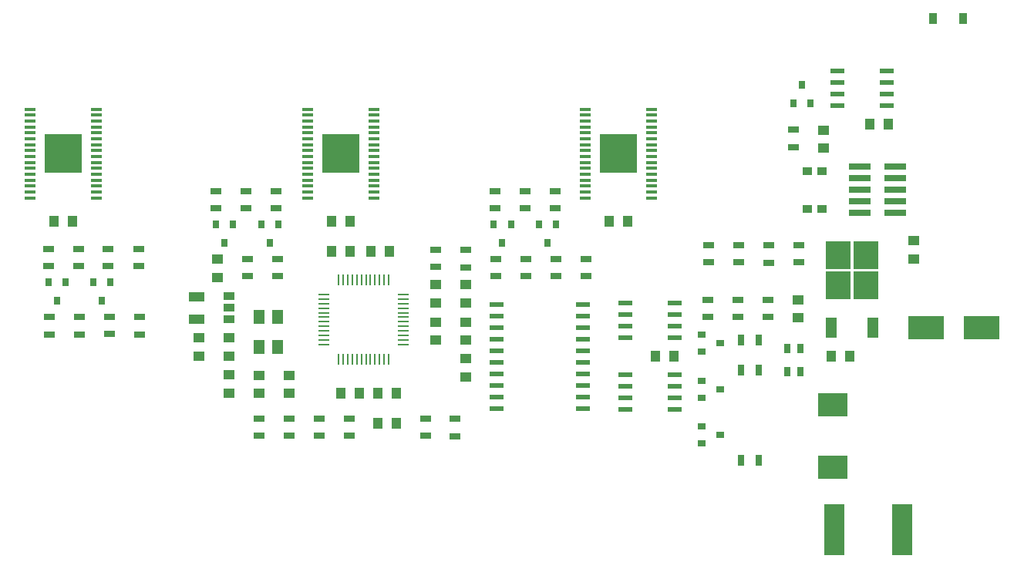
<source format=gbr>
G04 #@! TF.FileFunction,Paste,Top*
%FSLAX46Y46*%
G04 Gerber Fmt 4.6, Leading zero omitted, Abs format (unit mm)*
G04 Created by KiCad (PCBNEW 4.0.7) date Thursday, March 08, 2018 'PMt' 06:34:28 PM*
%MOMM*%
%LPD*%
G01*
G04 APERTURE LIST*
%ADD10C,0.100000*%
%ADD11R,2.300000X5.600000*%
%ADD12R,1.250000X1.000000*%
%ADD13R,1.000000X1.250000*%
%ADD14R,2.400000X0.740000*%
%ADD15R,0.800000X0.900000*%
%ADD16R,0.900000X0.800000*%
%ADD17R,1.300000X0.700000*%
%ADD18R,0.700000X1.300000*%
%ADD19R,1.000000X0.900000*%
%ADD20R,1.300000X0.250000*%
%ADD21R,0.250000X1.300000*%
%ADD22R,1.200000X0.400000*%
%ADD23R,4.110000X4.360000*%
%ADD24R,1.200000X2.200000*%
%ADD25R,2.750000X3.050000*%
%ADD26R,1.550000X0.600000*%
%ADD27R,4.000000X2.500000*%
%ADD28R,1.800000X1.000000*%
%ADD29R,1.300000X1.600000*%
%ADD30R,0.800000X1.000000*%
%ADD31R,1.500000X0.600000*%
%ADD32R,0.900000X1.200000*%
%ADD33R,3.300000X2.500000*%
%ADD34R,1.270000X0.970000*%
G04 APERTURE END LIST*
D10*
D11*
X198975000Y-140970000D03*
X206375000Y-140970000D03*
D12*
X129142000Y-121861000D03*
X129142000Y-119861000D03*
X131174000Y-111257000D03*
X131174000Y-113257000D03*
X132444000Y-125925000D03*
X132444000Y-123925000D03*
X132444000Y-121893000D03*
X132444000Y-119893000D03*
X158496000Y-122174000D03*
X158496000Y-124174000D03*
X197739000Y-97060000D03*
X197739000Y-99060000D03*
X139065000Y-125984000D03*
X139065000Y-123984000D03*
X155177000Y-114051000D03*
X155177000Y-116051000D03*
D13*
X143779000Y-110336000D03*
X145779000Y-110336000D03*
X150859000Y-125957000D03*
X148859000Y-125957000D03*
D12*
X135763000Y-125984000D03*
X135763000Y-123984000D03*
X158479000Y-114051000D03*
X158479000Y-116051000D03*
D13*
X150859000Y-129259000D03*
X148859000Y-129259000D03*
X144795000Y-125957000D03*
X146795000Y-125957000D03*
X148065000Y-110336000D03*
X150065000Y-110336000D03*
D12*
X155194000Y-120142000D03*
X155194000Y-118142000D03*
D13*
X143779000Y-107034000D03*
X145779000Y-107034000D03*
X174259000Y-107034000D03*
X176259000Y-107034000D03*
D14*
X201713000Y-101092000D03*
X205613000Y-101092000D03*
X201713000Y-102362000D03*
X205613000Y-102362000D03*
X201713000Y-103632000D03*
X205613000Y-103632000D03*
X201713000Y-104902000D03*
X205613000Y-104902000D03*
X201713000Y-106172000D03*
X205613000Y-106172000D03*
D15*
X194437000Y-94107000D03*
X196337000Y-94107000D03*
X195387000Y-92107000D03*
D16*
X184387000Y-119485000D03*
X184387000Y-121385000D03*
X186387000Y-120435000D03*
X184387000Y-124565000D03*
X184387000Y-126465000D03*
X186387000Y-125515000D03*
D15*
X114532000Y-113765000D03*
X112632000Y-113765000D03*
X113582000Y-115765000D03*
X119485000Y-113765000D03*
X117585000Y-113765000D03*
X118535000Y-115765000D03*
X163432000Y-107415000D03*
X161532000Y-107415000D03*
X162482000Y-109415000D03*
X168385000Y-107415000D03*
X166485000Y-107415000D03*
X167435000Y-109415000D03*
X132947000Y-107415000D03*
X131047000Y-107415000D03*
X131997000Y-109415000D03*
D17*
X194437000Y-97028000D03*
X194437000Y-98928000D03*
D18*
X190610000Y-120115000D03*
X188710000Y-120115000D03*
X188710000Y-123417000D03*
X190610000Y-123417000D03*
X188710000Y-133323000D03*
X190610000Y-133323000D03*
D17*
X185022000Y-115675000D03*
X185022000Y-117575000D03*
X188324000Y-115675000D03*
X188324000Y-117575000D03*
X191626000Y-115670000D03*
X191626000Y-117570000D03*
X185149000Y-111601000D03*
X185149000Y-109701000D03*
X188451000Y-109701000D03*
X188451000Y-111601000D03*
X135746000Y-128751000D03*
X135746000Y-130651000D03*
X139065000Y-128751000D03*
X139065000Y-130651000D03*
X142350000Y-128751000D03*
X142350000Y-130651000D03*
X145652000Y-128751000D03*
X145652000Y-130651000D03*
X154034000Y-128751000D03*
X154034000Y-130651000D03*
X157331000Y-128756000D03*
X157331000Y-130656000D03*
X191753000Y-109706000D03*
X191753000Y-111606000D03*
X158496000Y-112136000D03*
X158496000Y-110236000D03*
X155177000Y-112109000D03*
X155177000Y-110209000D03*
X195055000Y-111601000D03*
X195055000Y-109701000D03*
X122665000Y-117580000D03*
X122665000Y-119480000D03*
X112759000Y-117580000D03*
X112759000Y-119480000D03*
X116061000Y-117580000D03*
X116061000Y-119480000D03*
X112632000Y-111987000D03*
X112632000Y-110087000D03*
X115934000Y-111982000D03*
X115934000Y-110082000D03*
X119231000Y-111982000D03*
X119231000Y-110082000D03*
X119363000Y-117575000D03*
X119363000Y-119475000D03*
X161798000Y-111225000D03*
X161798000Y-113125000D03*
X161654000Y-105632000D03*
X161654000Y-103732000D03*
X164956000Y-105632000D03*
X164956000Y-103732000D03*
X168258000Y-105632000D03*
X168258000Y-103732000D03*
X165100000Y-111225000D03*
X165100000Y-113125000D03*
X134476000Y-111225000D03*
X134476000Y-113125000D03*
X131047000Y-105632000D03*
X131047000Y-103732000D03*
X134349000Y-105632000D03*
X134349000Y-103732000D03*
X137651000Y-105637000D03*
X137651000Y-103737000D03*
X137778000Y-111225000D03*
X137778000Y-113125000D03*
D19*
X196012000Y-105700000D03*
X197612000Y-105700000D03*
X196012000Y-101600000D03*
X197612000Y-101600000D03*
D20*
X142917000Y-115111000D03*
X142917000Y-115611000D03*
X142917000Y-116111000D03*
X142917000Y-116611000D03*
X142917000Y-117111000D03*
X142917000Y-117611000D03*
X142917000Y-118111000D03*
X142917000Y-118611000D03*
X142917000Y-119111000D03*
X142917000Y-119611000D03*
X142917000Y-120111000D03*
X142917000Y-120611000D03*
D21*
X144517000Y-122211000D03*
X145017000Y-122211000D03*
X145517000Y-122211000D03*
X146017000Y-122211000D03*
X146517000Y-122211000D03*
X147017000Y-122211000D03*
X147517000Y-122211000D03*
X148017000Y-122211000D03*
X148517000Y-122211000D03*
X149017000Y-122211000D03*
X149517000Y-122211000D03*
X150017000Y-122211000D03*
D20*
X151617000Y-120611000D03*
X151617000Y-120111000D03*
X151617000Y-119611000D03*
X151617000Y-119111000D03*
X151617000Y-118611000D03*
X151617000Y-118111000D03*
X151617000Y-117611000D03*
X151617000Y-117111000D03*
X151617000Y-116611000D03*
X151617000Y-116111000D03*
X151617000Y-115611000D03*
X151617000Y-115111000D03*
D21*
X150017000Y-113511000D03*
X149517000Y-113511000D03*
X149017000Y-113511000D03*
X148517000Y-113511000D03*
X148017000Y-113511000D03*
X147517000Y-113511000D03*
X147017000Y-113511000D03*
X146517000Y-113511000D03*
X146017000Y-113511000D03*
X145517000Y-113511000D03*
X145017000Y-113511000D03*
X144517000Y-113511000D03*
D22*
X117918000Y-104521200D03*
X117918000Y-103871200D03*
X117918000Y-103221200D03*
X117918000Y-102571200D03*
X117918000Y-101921200D03*
X117918000Y-101271200D03*
X117918000Y-100621200D03*
X117918000Y-99971200D03*
X117918000Y-99321200D03*
X117918000Y-98671200D03*
X117918000Y-98021200D03*
X117918000Y-97371200D03*
X117918000Y-96721200D03*
X117918000Y-96071200D03*
X117918000Y-95421200D03*
X117918000Y-94771200D03*
X110618000Y-94771200D03*
X110618000Y-95421200D03*
X110618000Y-96071200D03*
X110618000Y-96721200D03*
X110618000Y-97371200D03*
X110618000Y-98021200D03*
X110618000Y-98671200D03*
X110618000Y-99321200D03*
X110618000Y-99971200D03*
X110618000Y-100621200D03*
X110618000Y-101271200D03*
X110618000Y-101921200D03*
X110618000Y-102571200D03*
X110618000Y-103221200D03*
X110618000Y-103871200D03*
X110618000Y-104521200D03*
D23*
X114268000Y-99646200D03*
D22*
X148398000Y-104521200D03*
X148398000Y-103871200D03*
X148398000Y-103221200D03*
X148398000Y-102571200D03*
X148398000Y-101921200D03*
X148398000Y-101271200D03*
X148398000Y-100621200D03*
X148398000Y-99971200D03*
X148398000Y-99321200D03*
X148398000Y-98671200D03*
X148398000Y-98021200D03*
X148398000Y-97371200D03*
X148398000Y-96721200D03*
X148398000Y-96071200D03*
X148398000Y-95421200D03*
X148398000Y-94771200D03*
X141098000Y-94771200D03*
X141098000Y-95421200D03*
X141098000Y-96071200D03*
X141098000Y-96721200D03*
X141098000Y-97371200D03*
X141098000Y-98021200D03*
X141098000Y-98671200D03*
X141098000Y-99321200D03*
X141098000Y-99971200D03*
X141098000Y-100621200D03*
X141098000Y-101271200D03*
X141098000Y-101921200D03*
X141098000Y-102571200D03*
X141098000Y-103221200D03*
X141098000Y-103871200D03*
X141098000Y-104521200D03*
D23*
X144748000Y-99646200D03*
D22*
X178878000Y-104521200D03*
X178878000Y-103871200D03*
X178878000Y-103221200D03*
X178878000Y-102571200D03*
X178878000Y-101921200D03*
X178878000Y-101271200D03*
X178878000Y-100621200D03*
X178878000Y-99971200D03*
X178878000Y-99321200D03*
X178878000Y-98671200D03*
X178878000Y-98021200D03*
X178878000Y-97371200D03*
X178878000Y-96721200D03*
X178878000Y-96071200D03*
X178878000Y-95421200D03*
X178878000Y-94771200D03*
X171578000Y-94771200D03*
X171578000Y-95421200D03*
X171578000Y-96071200D03*
X171578000Y-96721200D03*
X171578000Y-97371200D03*
X171578000Y-98021200D03*
X171578000Y-98671200D03*
X171578000Y-99321200D03*
X171578000Y-99971200D03*
X171578000Y-100621200D03*
X171578000Y-101271200D03*
X171578000Y-101921200D03*
X171578000Y-102571200D03*
X171578000Y-103221200D03*
X171578000Y-103871200D03*
X171578000Y-104521200D03*
D23*
X175228000Y-99646200D03*
D24*
X198640000Y-118745000D03*
X203200000Y-118745000D03*
D25*
X202445000Y-110770000D03*
X199395000Y-114120000D03*
X199395000Y-110770000D03*
X202445000Y-114120000D03*
D26*
X175989000Y-116078000D03*
X175989000Y-117348000D03*
X175989000Y-118618000D03*
X175989000Y-119888000D03*
X181389000Y-119888000D03*
X181389000Y-118618000D03*
X181389000Y-117348000D03*
X181389000Y-116078000D03*
D17*
X122538000Y-111982000D03*
X122538000Y-110082000D03*
X168402000Y-113125000D03*
X168402000Y-111225000D03*
D12*
X194945000Y-115697000D03*
X194945000Y-117697000D03*
X158496000Y-120142000D03*
X158496000Y-118142000D03*
D13*
X181324000Y-121920000D03*
X179324000Y-121920000D03*
X113299000Y-107034000D03*
X115299000Y-107034000D03*
D27*
X209040000Y-118745000D03*
X215140000Y-118745000D03*
D13*
X200643000Y-121893000D03*
X198643000Y-121893000D03*
D28*
X128905000Y-115356000D03*
X128905000Y-117856000D03*
D29*
X135778000Y-117575000D03*
X135778000Y-120875000D03*
X137778000Y-120875000D03*
X137778000Y-117575000D03*
D12*
X207628000Y-111193000D03*
X207628000Y-109193000D03*
D17*
X171704000Y-113125000D03*
X171704000Y-111225000D03*
D13*
X202834000Y-96366200D03*
X204834000Y-96366200D03*
D26*
X175989000Y-123952000D03*
X175989000Y-125222000D03*
X175989000Y-126492000D03*
X175989000Y-127762000D03*
X181389000Y-127762000D03*
X181389000Y-126492000D03*
X181389000Y-125222000D03*
X181389000Y-123952000D03*
D16*
X184419000Y-129579000D03*
X184419000Y-131479000D03*
X186419000Y-130529000D03*
D15*
X137900000Y-107415000D03*
X136000000Y-107415000D03*
X136950000Y-109415000D03*
D30*
X193785000Y-123544000D03*
X193785000Y-121044000D03*
X195185000Y-121044000D03*
X195185000Y-123544000D03*
D31*
X161874000Y-122555000D03*
X161874000Y-121285000D03*
X161874000Y-120015000D03*
X161874000Y-118745000D03*
X161874000Y-117475000D03*
X161874000Y-116205000D03*
X161874000Y-123825000D03*
X161874000Y-125095000D03*
X161874000Y-126365000D03*
X161874000Y-127635000D03*
X171374000Y-127635000D03*
X171374000Y-126365000D03*
X171374000Y-125095000D03*
X171374000Y-123825000D03*
X171374000Y-122555000D03*
X171374000Y-121285000D03*
X171374000Y-120015000D03*
X171374000Y-118745000D03*
X171374000Y-117475000D03*
X171374000Y-116205000D03*
D26*
X199324000Y-90551000D03*
X199324000Y-91821000D03*
X199324000Y-93091000D03*
X199324000Y-94361000D03*
X204724000Y-94361000D03*
X204724000Y-93091000D03*
X204724000Y-91821000D03*
X204724000Y-90551000D03*
D32*
X213106000Y-84836000D03*
X209806000Y-84836000D03*
D33*
X198755000Y-134054000D03*
X198755000Y-127254000D03*
D34*
X132461000Y-115316000D03*
X132461000Y-116586000D03*
X132461000Y-117856000D03*
M02*

</source>
